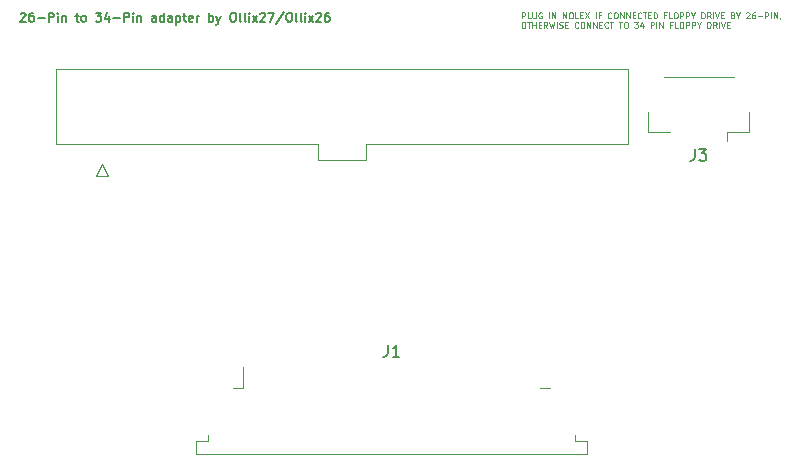
<source format=gbr>
%TF.GenerationSoftware,KiCad,Pcbnew,9.0.7*%
%TF.CreationDate,2026-02-17T16:16:18+01:00*%
%TF.ProjectId,FDD-Final,4644442d-4669-46e6-916c-2e6b69636164,rev?*%
%TF.SameCoordinates,Original*%
%TF.FileFunction,Legend,Top*%
%TF.FilePolarity,Positive*%
%FSLAX46Y46*%
G04 Gerber Fmt 4.6, Leading zero omitted, Abs format (unit mm)*
G04 Created by KiCad (PCBNEW 9.0.7) date 2026-02-17 16:16:18*
%MOMM*%
%LPD*%
G01*
G04 APERTURE LIST*
%ADD10C,0.187500*%
%ADD11C,0.125000*%
%ADD12C,0.150000*%
%ADD13C,0.120000*%
%ADD14C,0.100000*%
G04 APERTURE END LIST*
D10*
X118266212Y-74719892D02*
X118301926Y-74684178D01*
X118301926Y-74684178D02*
X118373355Y-74648464D01*
X118373355Y-74648464D02*
X118551926Y-74648464D01*
X118551926Y-74648464D02*
X118623355Y-74684178D01*
X118623355Y-74684178D02*
X118659069Y-74719892D01*
X118659069Y-74719892D02*
X118694783Y-74791321D01*
X118694783Y-74791321D02*
X118694783Y-74862750D01*
X118694783Y-74862750D02*
X118659069Y-74969892D01*
X118659069Y-74969892D02*
X118230497Y-75398464D01*
X118230497Y-75398464D02*
X118694783Y-75398464D01*
X119337641Y-74648464D02*
X119194783Y-74648464D01*
X119194783Y-74648464D02*
X119123355Y-74684178D01*
X119123355Y-74684178D02*
X119087641Y-74719892D01*
X119087641Y-74719892D02*
X119016212Y-74827035D01*
X119016212Y-74827035D02*
X118980498Y-74969892D01*
X118980498Y-74969892D02*
X118980498Y-75255607D01*
X118980498Y-75255607D02*
X119016212Y-75327035D01*
X119016212Y-75327035D02*
X119051926Y-75362750D01*
X119051926Y-75362750D02*
X119123355Y-75398464D01*
X119123355Y-75398464D02*
X119266212Y-75398464D01*
X119266212Y-75398464D02*
X119337641Y-75362750D01*
X119337641Y-75362750D02*
X119373355Y-75327035D01*
X119373355Y-75327035D02*
X119409069Y-75255607D01*
X119409069Y-75255607D02*
X119409069Y-75077035D01*
X119409069Y-75077035D02*
X119373355Y-75005607D01*
X119373355Y-75005607D02*
X119337641Y-74969892D01*
X119337641Y-74969892D02*
X119266212Y-74934178D01*
X119266212Y-74934178D02*
X119123355Y-74934178D01*
X119123355Y-74934178D02*
X119051926Y-74969892D01*
X119051926Y-74969892D02*
X119016212Y-75005607D01*
X119016212Y-75005607D02*
X118980498Y-75077035D01*
X119730498Y-75112750D02*
X120301927Y-75112750D01*
X120659069Y-75398464D02*
X120659069Y-74648464D01*
X120659069Y-74648464D02*
X120944783Y-74648464D01*
X120944783Y-74648464D02*
X121016212Y-74684178D01*
X121016212Y-74684178D02*
X121051926Y-74719892D01*
X121051926Y-74719892D02*
X121087640Y-74791321D01*
X121087640Y-74791321D02*
X121087640Y-74898464D01*
X121087640Y-74898464D02*
X121051926Y-74969892D01*
X121051926Y-74969892D02*
X121016212Y-75005607D01*
X121016212Y-75005607D02*
X120944783Y-75041321D01*
X120944783Y-75041321D02*
X120659069Y-75041321D01*
X121409069Y-75398464D02*
X121409069Y-74898464D01*
X121409069Y-74648464D02*
X121373355Y-74684178D01*
X121373355Y-74684178D02*
X121409069Y-74719892D01*
X121409069Y-74719892D02*
X121444783Y-74684178D01*
X121444783Y-74684178D02*
X121409069Y-74648464D01*
X121409069Y-74648464D02*
X121409069Y-74719892D01*
X121766212Y-74898464D02*
X121766212Y-75398464D01*
X121766212Y-74969892D02*
X121801926Y-74934178D01*
X121801926Y-74934178D02*
X121873355Y-74898464D01*
X121873355Y-74898464D02*
X121980498Y-74898464D01*
X121980498Y-74898464D02*
X122051926Y-74934178D01*
X122051926Y-74934178D02*
X122087641Y-75005607D01*
X122087641Y-75005607D02*
X122087641Y-75398464D01*
X122909069Y-74898464D02*
X123194783Y-74898464D01*
X123016212Y-74648464D02*
X123016212Y-75291321D01*
X123016212Y-75291321D02*
X123051926Y-75362750D01*
X123051926Y-75362750D02*
X123123355Y-75398464D01*
X123123355Y-75398464D02*
X123194783Y-75398464D01*
X123551926Y-75398464D02*
X123480497Y-75362750D01*
X123480497Y-75362750D02*
X123444783Y-75327035D01*
X123444783Y-75327035D02*
X123409069Y-75255607D01*
X123409069Y-75255607D02*
X123409069Y-75041321D01*
X123409069Y-75041321D02*
X123444783Y-74969892D01*
X123444783Y-74969892D02*
X123480497Y-74934178D01*
X123480497Y-74934178D02*
X123551926Y-74898464D01*
X123551926Y-74898464D02*
X123659069Y-74898464D01*
X123659069Y-74898464D02*
X123730497Y-74934178D01*
X123730497Y-74934178D02*
X123766212Y-74969892D01*
X123766212Y-74969892D02*
X123801926Y-75041321D01*
X123801926Y-75041321D02*
X123801926Y-75255607D01*
X123801926Y-75255607D02*
X123766212Y-75327035D01*
X123766212Y-75327035D02*
X123730497Y-75362750D01*
X123730497Y-75362750D02*
X123659069Y-75398464D01*
X123659069Y-75398464D02*
X123551926Y-75398464D01*
X124623354Y-74648464D02*
X125087640Y-74648464D01*
X125087640Y-74648464D02*
X124837640Y-74934178D01*
X124837640Y-74934178D02*
X124944783Y-74934178D01*
X124944783Y-74934178D02*
X125016212Y-74969892D01*
X125016212Y-74969892D02*
X125051926Y-75005607D01*
X125051926Y-75005607D02*
X125087640Y-75077035D01*
X125087640Y-75077035D02*
X125087640Y-75255607D01*
X125087640Y-75255607D02*
X125051926Y-75327035D01*
X125051926Y-75327035D02*
X125016212Y-75362750D01*
X125016212Y-75362750D02*
X124944783Y-75398464D01*
X124944783Y-75398464D02*
X124730497Y-75398464D01*
X124730497Y-75398464D02*
X124659069Y-75362750D01*
X124659069Y-75362750D02*
X124623354Y-75327035D01*
X125730498Y-74898464D02*
X125730498Y-75398464D01*
X125551926Y-74612750D02*
X125373355Y-75148464D01*
X125373355Y-75148464D02*
X125837640Y-75148464D01*
X126123355Y-75112750D02*
X126694784Y-75112750D01*
X127051926Y-75398464D02*
X127051926Y-74648464D01*
X127051926Y-74648464D02*
X127337640Y-74648464D01*
X127337640Y-74648464D02*
X127409069Y-74684178D01*
X127409069Y-74684178D02*
X127444783Y-74719892D01*
X127444783Y-74719892D02*
X127480497Y-74791321D01*
X127480497Y-74791321D02*
X127480497Y-74898464D01*
X127480497Y-74898464D02*
X127444783Y-74969892D01*
X127444783Y-74969892D02*
X127409069Y-75005607D01*
X127409069Y-75005607D02*
X127337640Y-75041321D01*
X127337640Y-75041321D02*
X127051926Y-75041321D01*
X127801926Y-75398464D02*
X127801926Y-74898464D01*
X127801926Y-74648464D02*
X127766212Y-74684178D01*
X127766212Y-74684178D02*
X127801926Y-74719892D01*
X127801926Y-74719892D02*
X127837640Y-74684178D01*
X127837640Y-74684178D02*
X127801926Y-74648464D01*
X127801926Y-74648464D02*
X127801926Y-74719892D01*
X128159069Y-74898464D02*
X128159069Y-75398464D01*
X128159069Y-74969892D02*
X128194783Y-74934178D01*
X128194783Y-74934178D02*
X128266212Y-74898464D01*
X128266212Y-74898464D02*
X128373355Y-74898464D01*
X128373355Y-74898464D02*
X128444783Y-74934178D01*
X128444783Y-74934178D02*
X128480498Y-75005607D01*
X128480498Y-75005607D02*
X128480498Y-75398464D01*
X129730498Y-75398464D02*
X129730498Y-75005607D01*
X129730498Y-75005607D02*
X129694783Y-74934178D01*
X129694783Y-74934178D02*
X129623355Y-74898464D01*
X129623355Y-74898464D02*
X129480498Y-74898464D01*
X129480498Y-74898464D02*
X129409069Y-74934178D01*
X129730498Y-75362750D02*
X129659069Y-75398464D01*
X129659069Y-75398464D02*
X129480498Y-75398464D01*
X129480498Y-75398464D02*
X129409069Y-75362750D01*
X129409069Y-75362750D02*
X129373355Y-75291321D01*
X129373355Y-75291321D02*
X129373355Y-75219892D01*
X129373355Y-75219892D02*
X129409069Y-75148464D01*
X129409069Y-75148464D02*
X129480498Y-75112750D01*
X129480498Y-75112750D02*
X129659069Y-75112750D01*
X129659069Y-75112750D02*
X129730498Y-75077035D01*
X130409069Y-75398464D02*
X130409069Y-74648464D01*
X130409069Y-75362750D02*
X130337640Y-75398464D01*
X130337640Y-75398464D02*
X130194783Y-75398464D01*
X130194783Y-75398464D02*
X130123354Y-75362750D01*
X130123354Y-75362750D02*
X130087640Y-75327035D01*
X130087640Y-75327035D02*
X130051926Y-75255607D01*
X130051926Y-75255607D02*
X130051926Y-75041321D01*
X130051926Y-75041321D02*
X130087640Y-74969892D01*
X130087640Y-74969892D02*
X130123354Y-74934178D01*
X130123354Y-74934178D02*
X130194783Y-74898464D01*
X130194783Y-74898464D02*
X130337640Y-74898464D01*
X130337640Y-74898464D02*
X130409069Y-74934178D01*
X131087640Y-75398464D02*
X131087640Y-75005607D01*
X131087640Y-75005607D02*
X131051925Y-74934178D01*
X131051925Y-74934178D02*
X130980497Y-74898464D01*
X130980497Y-74898464D02*
X130837640Y-74898464D01*
X130837640Y-74898464D02*
X130766211Y-74934178D01*
X131087640Y-75362750D02*
X131016211Y-75398464D01*
X131016211Y-75398464D02*
X130837640Y-75398464D01*
X130837640Y-75398464D02*
X130766211Y-75362750D01*
X130766211Y-75362750D02*
X130730497Y-75291321D01*
X130730497Y-75291321D02*
X130730497Y-75219892D01*
X130730497Y-75219892D02*
X130766211Y-75148464D01*
X130766211Y-75148464D02*
X130837640Y-75112750D01*
X130837640Y-75112750D02*
X131016211Y-75112750D01*
X131016211Y-75112750D02*
X131087640Y-75077035D01*
X131444782Y-74898464D02*
X131444782Y-75648464D01*
X131444782Y-74934178D02*
X131516211Y-74898464D01*
X131516211Y-74898464D02*
X131659068Y-74898464D01*
X131659068Y-74898464D02*
X131730496Y-74934178D01*
X131730496Y-74934178D02*
X131766211Y-74969892D01*
X131766211Y-74969892D02*
X131801925Y-75041321D01*
X131801925Y-75041321D02*
X131801925Y-75255607D01*
X131801925Y-75255607D02*
X131766211Y-75327035D01*
X131766211Y-75327035D02*
X131730496Y-75362750D01*
X131730496Y-75362750D02*
X131659068Y-75398464D01*
X131659068Y-75398464D02*
X131516211Y-75398464D01*
X131516211Y-75398464D02*
X131444782Y-75362750D01*
X132016210Y-74898464D02*
X132301924Y-74898464D01*
X132123353Y-74648464D02*
X132123353Y-75291321D01*
X132123353Y-75291321D02*
X132159067Y-75362750D01*
X132159067Y-75362750D02*
X132230496Y-75398464D01*
X132230496Y-75398464D02*
X132301924Y-75398464D01*
X132837638Y-75362750D02*
X132766210Y-75398464D01*
X132766210Y-75398464D02*
X132623353Y-75398464D01*
X132623353Y-75398464D02*
X132551924Y-75362750D01*
X132551924Y-75362750D02*
X132516210Y-75291321D01*
X132516210Y-75291321D02*
X132516210Y-75005607D01*
X132516210Y-75005607D02*
X132551924Y-74934178D01*
X132551924Y-74934178D02*
X132623353Y-74898464D01*
X132623353Y-74898464D02*
X132766210Y-74898464D01*
X132766210Y-74898464D02*
X132837638Y-74934178D01*
X132837638Y-74934178D02*
X132873353Y-75005607D01*
X132873353Y-75005607D02*
X132873353Y-75077035D01*
X132873353Y-75077035D02*
X132516210Y-75148464D01*
X133194781Y-75398464D02*
X133194781Y-74898464D01*
X133194781Y-75041321D02*
X133230495Y-74969892D01*
X133230495Y-74969892D02*
X133266210Y-74934178D01*
X133266210Y-74934178D02*
X133337638Y-74898464D01*
X133337638Y-74898464D02*
X133409067Y-74898464D01*
X134230496Y-75398464D02*
X134230496Y-74648464D01*
X134230496Y-74934178D02*
X134301925Y-74898464D01*
X134301925Y-74898464D02*
X134444782Y-74898464D01*
X134444782Y-74898464D02*
X134516210Y-74934178D01*
X134516210Y-74934178D02*
X134551925Y-74969892D01*
X134551925Y-74969892D02*
X134587639Y-75041321D01*
X134587639Y-75041321D02*
X134587639Y-75255607D01*
X134587639Y-75255607D02*
X134551925Y-75327035D01*
X134551925Y-75327035D02*
X134516210Y-75362750D01*
X134516210Y-75362750D02*
X134444782Y-75398464D01*
X134444782Y-75398464D02*
X134301925Y-75398464D01*
X134301925Y-75398464D02*
X134230496Y-75362750D01*
X134837638Y-74898464D02*
X135016210Y-75398464D01*
X135194781Y-74898464D02*
X135016210Y-75398464D01*
X135016210Y-75398464D02*
X134944781Y-75577035D01*
X134944781Y-75577035D02*
X134909067Y-75612750D01*
X134909067Y-75612750D02*
X134837638Y-75648464D01*
X136194782Y-74648464D02*
X136337639Y-74648464D01*
X136337639Y-74648464D02*
X136409068Y-74684178D01*
X136409068Y-74684178D02*
X136480496Y-74755607D01*
X136480496Y-74755607D02*
X136516211Y-74898464D01*
X136516211Y-74898464D02*
X136516211Y-75148464D01*
X136516211Y-75148464D02*
X136480496Y-75291321D01*
X136480496Y-75291321D02*
X136409068Y-75362750D01*
X136409068Y-75362750D02*
X136337639Y-75398464D01*
X136337639Y-75398464D02*
X136194782Y-75398464D01*
X136194782Y-75398464D02*
X136123354Y-75362750D01*
X136123354Y-75362750D02*
X136051925Y-75291321D01*
X136051925Y-75291321D02*
X136016211Y-75148464D01*
X136016211Y-75148464D02*
X136016211Y-74898464D01*
X136016211Y-74898464D02*
X136051925Y-74755607D01*
X136051925Y-74755607D02*
X136123354Y-74684178D01*
X136123354Y-74684178D02*
X136194782Y-74648464D01*
X136944782Y-75398464D02*
X136873353Y-75362750D01*
X136873353Y-75362750D02*
X136837639Y-75291321D01*
X136837639Y-75291321D02*
X136837639Y-74648464D01*
X137337639Y-75398464D02*
X137266210Y-75362750D01*
X137266210Y-75362750D02*
X137230496Y-75291321D01*
X137230496Y-75291321D02*
X137230496Y-74648464D01*
X137623353Y-75398464D02*
X137623353Y-74898464D01*
X137623353Y-74648464D02*
X137587639Y-74684178D01*
X137587639Y-74684178D02*
X137623353Y-74719892D01*
X137623353Y-74719892D02*
X137659067Y-74684178D01*
X137659067Y-74684178D02*
X137623353Y-74648464D01*
X137623353Y-74648464D02*
X137623353Y-74719892D01*
X137909067Y-75398464D02*
X138301925Y-74898464D01*
X137909067Y-74898464D02*
X138301925Y-75398464D01*
X138551925Y-74719892D02*
X138587639Y-74684178D01*
X138587639Y-74684178D02*
X138659068Y-74648464D01*
X138659068Y-74648464D02*
X138837639Y-74648464D01*
X138837639Y-74648464D02*
X138909068Y-74684178D01*
X138909068Y-74684178D02*
X138944782Y-74719892D01*
X138944782Y-74719892D02*
X138980496Y-74791321D01*
X138980496Y-74791321D02*
X138980496Y-74862750D01*
X138980496Y-74862750D02*
X138944782Y-74969892D01*
X138944782Y-74969892D02*
X138516210Y-75398464D01*
X138516210Y-75398464D02*
X138980496Y-75398464D01*
X139230496Y-74648464D02*
X139730496Y-74648464D01*
X139730496Y-74648464D02*
X139409068Y-75398464D01*
X140551925Y-74612750D02*
X139909068Y-75577035D01*
X140944782Y-74648464D02*
X141087639Y-74648464D01*
X141087639Y-74648464D02*
X141159068Y-74684178D01*
X141159068Y-74684178D02*
X141230496Y-74755607D01*
X141230496Y-74755607D02*
X141266211Y-74898464D01*
X141266211Y-74898464D02*
X141266211Y-75148464D01*
X141266211Y-75148464D02*
X141230496Y-75291321D01*
X141230496Y-75291321D02*
X141159068Y-75362750D01*
X141159068Y-75362750D02*
X141087639Y-75398464D01*
X141087639Y-75398464D02*
X140944782Y-75398464D01*
X140944782Y-75398464D02*
X140873354Y-75362750D01*
X140873354Y-75362750D02*
X140801925Y-75291321D01*
X140801925Y-75291321D02*
X140766211Y-75148464D01*
X140766211Y-75148464D02*
X140766211Y-74898464D01*
X140766211Y-74898464D02*
X140801925Y-74755607D01*
X140801925Y-74755607D02*
X140873354Y-74684178D01*
X140873354Y-74684178D02*
X140944782Y-74648464D01*
X141694782Y-75398464D02*
X141623353Y-75362750D01*
X141623353Y-75362750D02*
X141587639Y-75291321D01*
X141587639Y-75291321D02*
X141587639Y-74648464D01*
X142087639Y-75398464D02*
X142016210Y-75362750D01*
X142016210Y-75362750D02*
X141980496Y-75291321D01*
X141980496Y-75291321D02*
X141980496Y-74648464D01*
X142373353Y-75398464D02*
X142373353Y-74898464D01*
X142373353Y-74648464D02*
X142337639Y-74684178D01*
X142337639Y-74684178D02*
X142373353Y-74719892D01*
X142373353Y-74719892D02*
X142409067Y-74684178D01*
X142409067Y-74684178D02*
X142373353Y-74648464D01*
X142373353Y-74648464D02*
X142373353Y-74719892D01*
X142659067Y-75398464D02*
X143051925Y-74898464D01*
X142659067Y-74898464D02*
X143051925Y-75398464D01*
X143301925Y-74719892D02*
X143337639Y-74684178D01*
X143337639Y-74684178D02*
X143409068Y-74648464D01*
X143409068Y-74648464D02*
X143587639Y-74648464D01*
X143587639Y-74648464D02*
X143659068Y-74684178D01*
X143659068Y-74684178D02*
X143694782Y-74719892D01*
X143694782Y-74719892D02*
X143730496Y-74791321D01*
X143730496Y-74791321D02*
X143730496Y-74862750D01*
X143730496Y-74862750D02*
X143694782Y-74969892D01*
X143694782Y-74969892D02*
X143266210Y-75398464D01*
X143266210Y-75398464D02*
X143730496Y-75398464D01*
X144373354Y-74648464D02*
X144230496Y-74648464D01*
X144230496Y-74648464D02*
X144159068Y-74684178D01*
X144159068Y-74684178D02*
X144123354Y-74719892D01*
X144123354Y-74719892D02*
X144051925Y-74827035D01*
X144051925Y-74827035D02*
X144016211Y-74969892D01*
X144016211Y-74969892D02*
X144016211Y-75255607D01*
X144016211Y-75255607D02*
X144051925Y-75327035D01*
X144051925Y-75327035D02*
X144087639Y-75362750D01*
X144087639Y-75362750D02*
X144159068Y-75398464D01*
X144159068Y-75398464D02*
X144301925Y-75398464D01*
X144301925Y-75398464D02*
X144373354Y-75362750D01*
X144373354Y-75362750D02*
X144409068Y-75327035D01*
X144409068Y-75327035D02*
X144444782Y-75255607D01*
X144444782Y-75255607D02*
X144444782Y-75077035D01*
X144444782Y-75077035D02*
X144409068Y-75005607D01*
X144409068Y-75005607D02*
X144373354Y-74969892D01*
X144373354Y-74969892D02*
X144301925Y-74934178D01*
X144301925Y-74934178D02*
X144159068Y-74934178D01*
X144159068Y-74934178D02*
X144087639Y-74969892D01*
X144087639Y-74969892D02*
X144051925Y-75005607D01*
X144051925Y-75005607D02*
X144016211Y-75077035D01*
D11*
X160701283Y-75127337D02*
X160701283Y-74627337D01*
X160701283Y-74627337D02*
X160891759Y-74627337D01*
X160891759Y-74627337D02*
X160939378Y-74651147D01*
X160939378Y-74651147D02*
X160963188Y-74674956D01*
X160963188Y-74674956D02*
X160986997Y-74722575D01*
X160986997Y-74722575D02*
X160986997Y-74794004D01*
X160986997Y-74794004D02*
X160963188Y-74841623D01*
X160963188Y-74841623D02*
X160939378Y-74865432D01*
X160939378Y-74865432D02*
X160891759Y-74889242D01*
X160891759Y-74889242D02*
X160701283Y-74889242D01*
X161439378Y-75127337D02*
X161201283Y-75127337D01*
X161201283Y-75127337D02*
X161201283Y-74627337D01*
X161606045Y-74627337D02*
X161606045Y-75032099D01*
X161606045Y-75032099D02*
X161629855Y-75079718D01*
X161629855Y-75079718D02*
X161653664Y-75103528D01*
X161653664Y-75103528D02*
X161701283Y-75127337D01*
X161701283Y-75127337D02*
X161796521Y-75127337D01*
X161796521Y-75127337D02*
X161844140Y-75103528D01*
X161844140Y-75103528D02*
X161867950Y-75079718D01*
X161867950Y-75079718D02*
X161891759Y-75032099D01*
X161891759Y-75032099D02*
X161891759Y-74627337D01*
X162391760Y-74651147D02*
X162344141Y-74627337D01*
X162344141Y-74627337D02*
X162272712Y-74627337D01*
X162272712Y-74627337D02*
X162201284Y-74651147D01*
X162201284Y-74651147D02*
X162153665Y-74698766D01*
X162153665Y-74698766D02*
X162129855Y-74746385D01*
X162129855Y-74746385D02*
X162106046Y-74841623D01*
X162106046Y-74841623D02*
X162106046Y-74913051D01*
X162106046Y-74913051D02*
X162129855Y-75008289D01*
X162129855Y-75008289D02*
X162153665Y-75055908D01*
X162153665Y-75055908D02*
X162201284Y-75103528D01*
X162201284Y-75103528D02*
X162272712Y-75127337D01*
X162272712Y-75127337D02*
X162320331Y-75127337D01*
X162320331Y-75127337D02*
X162391760Y-75103528D01*
X162391760Y-75103528D02*
X162415569Y-75079718D01*
X162415569Y-75079718D02*
X162415569Y-74913051D01*
X162415569Y-74913051D02*
X162320331Y-74913051D01*
X163010807Y-75127337D02*
X163010807Y-74627337D01*
X163248902Y-75127337D02*
X163248902Y-74627337D01*
X163248902Y-74627337D02*
X163534616Y-75127337D01*
X163534616Y-75127337D02*
X163534616Y-74627337D01*
X164153664Y-75127337D02*
X164153664Y-74627337D01*
X164153664Y-74627337D02*
X164320331Y-74984480D01*
X164320331Y-74984480D02*
X164486997Y-74627337D01*
X164486997Y-74627337D02*
X164486997Y-75127337D01*
X164820331Y-74627337D02*
X164915569Y-74627337D01*
X164915569Y-74627337D02*
X164963188Y-74651147D01*
X164963188Y-74651147D02*
X165010807Y-74698766D01*
X165010807Y-74698766D02*
X165034617Y-74794004D01*
X165034617Y-74794004D02*
X165034617Y-74960670D01*
X165034617Y-74960670D02*
X165010807Y-75055908D01*
X165010807Y-75055908D02*
X164963188Y-75103528D01*
X164963188Y-75103528D02*
X164915569Y-75127337D01*
X164915569Y-75127337D02*
X164820331Y-75127337D01*
X164820331Y-75127337D02*
X164772712Y-75103528D01*
X164772712Y-75103528D02*
X164725093Y-75055908D01*
X164725093Y-75055908D02*
X164701284Y-74960670D01*
X164701284Y-74960670D02*
X164701284Y-74794004D01*
X164701284Y-74794004D02*
X164725093Y-74698766D01*
X164725093Y-74698766D02*
X164772712Y-74651147D01*
X164772712Y-74651147D02*
X164820331Y-74627337D01*
X165486998Y-75127337D02*
X165248903Y-75127337D01*
X165248903Y-75127337D02*
X165248903Y-74627337D01*
X165653665Y-74865432D02*
X165820332Y-74865432D01*
X165891760Y-75127337D02*
X165653665Y-75127337D01*
X165653665Y-75127337D02*
X165653665Y-74627337D01*
X165653665Y-74627337D02*
X165891760Y-74627337D01*
X166058427Y-74627337D02*
X166391760Y-75127337D01*
X166391760Y-74627337D02*
X166058427Y-75127337D01*
X166963188Y-75127337D02*
X166963188Y-74627337D01*
X167367950Y-74865432D02*
X167201283Y-74865432D01*
X167201283Y-75127337D02*
X167201283Y-74627337D01*
X167201283Y-74627337D02*
X167439378Y-74627337D01*
X168296520Y-75079718D02*
X168272711Y-75103528D01*
X168272711Y-75103528D02*
X168201282Y-75127337D01*
X168201282Y-75127337D02*
X168153663Y-75127337D01*
X168153663Y-75127337D02*
X168082235Y-75103528D01*
X168082235Y-75103528D02*
X168034616Y-75055908D01*
X168034616Y-75055908D02*
X168010806Y-75008289D01*
X168010806Y-75008289D02*
X167986997Y-74913051D01*
X167986997Y-74913051D02*
X167986997Y-74841623D01*
X167986997Y-74841623D02*
X168010806Y-74746385D01*
X168010806Y-74746385D02*
X168034616Y-74698766D01*
X168034616Y-74698766D02*
X168082235Y-74651147D01*
X168082235Y-74651147D02*
X168153663Y-74627337D01*
X168153663Y-74627337D02*
X168201282Y-74627337D01*
X168201282Y-74627337D02*
X168272711Y-74651147D01*
X168272711Y-74651147D02*
X168296520Y-74674956D01*
X168606044Y-74627337D02*
X168701282Y-74627337D01*
X168701282Y-74627337D02*
X168748901Y-74651147D01*
X168748901Y-74651147D02*
X168796520Y-74698766D01*
X168796520Y-74698766D02*
X168820330Y-74794004D01*
X168820330Y-74794004D02*
X168820330Y-74960670D01*
X168820330Y-74960670D02*
X168796520Y-75055908D01*
X168796520Y-75055908D02*
X168748901Y-75103528D01*
X168748901Y-75103528D02*
X168701282Y-75127337D01*
X168701282Y-75127337D02*
X168606044Y-75127337D01*
X168606044Y-75127337D02*
X168558425Y-75103528D01*
X168558425Y-75103528D02*
X168510806Y-75055908D01*
X168510806Y-75055908D02*
X168486997Y-74960670D01*
X168486997Y-74960670D02*
X168486997Y-74794004D01*
X168486997Y-74794004D02*
X168510806Y-74698766D01*
X168510806Y-74698766D02*
X168558425Y-74651147D01*
X168558425Y-74651147D02*
X168606044Y-74627337D01*
X169034616Y-75127337D02*
X169034616Y-74627337D01*
X169034616Y-74627337D02*
X169320330Y-75127337D01*
X169320330Y-75127337D02*
X169320330Y-74627337D01*
X169558426Y-75127337D02*
X169558426Y-74627337D01*
X169558426Y-74627337D02*
X169844140Y-75127337D01*
X169844140Y-75127337D02*
X169844140Y-74627337D01*
X170082236Y-74865432D02*
X170248903Y-74865432D01*
X170320331Y-75127337D02*
X170082236Y-75127337D01*
X170082236Y-75127337D02*
X170082236Y-74627337D01*
X170082236Y-74627337D02*
X170320331Y-74627337D01*
X170820331Y-75079718D02*
X170796522Y-75103528D01*
X170796522Y-75103528D02*
X170725093Y-75127337D01*
X170725093Y-75127337D02*
X170677474Y-75127337D01*
X170677474Y-75127337D02*
X170606046Y-75103528D01*
X170606046Y-75103528D02*
X170558427Y-75055908D01*
X170558427Y-75055908D02*
X170534617Y-75008289D01*
X170534617Y-75008289D02*
X170510808Y-74913051D01*
X170510808Y-74913051D02*
X170510808Y-74841623D01*
X170510808Y-74841623D02*
X170534617Y-74746385D01*
X170534617Y-74746385D02*
X170558427Y-74698766D01*
X170558427Y-74698766D02*
X170606046Y-74651147D01*
X170606046Y-74651147D02*
X170677474Y-74627337D01*
X170677474Y-74627337D02*
X170725093Y-74627337D01*
X170725093Y-74627337D02*
X170796522Y-74651147D01*
X170796522Y-74651147D02*
X170820331Y-74674956D01*
X170963189Y-74627337D02*
X171248903Y-74627337D01*
X171106046Y-75127337D02*
X171106046Y-74627337D01*
X171415569Y-74865432D02*
X171582236Y-74865432D01*
X171653664Y-75127337D02*
X171415569Y-75127337D01*
X171415569Y-75127337D02*
X171415569Y-74627337D01*
X171415569Y-74627337D02*
X171653664Y-74627337D01*
X171867950Y-75127337D02*
X171867950Y-74627337D01*
X171867950Y-74627337D02*
X171986998Y-74627337D01*
X171986998Y-74627337D02*
X172058426Y-74651147D01*
X172058426Y-74651147D02*
X172106045Y-74698766D01*
X172106045Y-74698766D02*
X172129855Y-74746385D01*
X172129855Y-74746385D02*
X172153664Y-74841623D01*
X172153664Y-74841623D02*
X172153664Y-74913051D01*
X172153664Y-74913051D02*
X172129855Y-75008289D01*
X172129855Y-75008289D02*
X172106045Y-75055908D01*
X172106045Y-75055908D02*
X172058426Y-75103528D01*
X172058426Y-75103528D02*
X171986998Y-75127337D01*
X171986998Y-75127337D02*
X171867950Y-75127337D01*
X172915569Y-74865432D02*
X172748902Y-74865432D01*
X172748902Y-75127337D02*
X172748902Y-74627337D01*
X172748902Y-74627337D02*
X172986997Y-74627337D01*
X173415568Y-75127337D02*
X173177473Y-75127337D01*
X173177473Y-75127337D02*
X173177473Y-74627337D01*
X173677473Y-74627337D02*
X173772711Y-74627337D01*
X173772711Y-74627337D02*
X173820330Y-74651147D01*
X173820330Y-74651147D02*
X173867949Y-74698766D01*
X173867949Y-74698766D02*
X173891759Y-74794004D01*
X173891759Y-74794004D02*
X173891759Y-74960670D01*
X173891759Y-74960670D02*
X173867949Y-75055908D01*
X173867949Y-75055908D02*
X173820330Y-75103528D01*
X173820330Y-75103528D02*
X173772711Y-75127337D01*
X173772711Y-75127337D02*
X173677473Y-75127337D01*
X173677473Y-75127337D02*
X173629854Y-75103528D01*
X173629854Y-75103528D02*
X173582235Y-75055908D01*
X173582235Y-75055908D02*
X173558426Y-74960670D01*
X173558426Y-74960670D02*
X173558426Y-74794004D01*
X173558426Y-74794004D02*
X173582235Y-74698766D01*
X173582235Y-74698766D02*
X173629854Y-74651147D01*
X173629854Y-74651147D02*
X173677473Y-74627337D01*
X174106045Y-75127337D02*
X174106045Y-74627337D01*
X174106045Y-74627337D02*
X174296521Y-74627337D01*
X174296521Y-74627337D02*
X174344140Y-74651147D01*
X174344140Y-74651147D02*
X174367950Y-74674956D01*
X174367950Y-74674956D02*
X174391759Y-74722575D01*
X174391759Y-74722575D02*
X174391759Y-74794004D01*
X174391759Y-74794004D02*
X174367950Y-74841623D01*
X174367950Y-74841623D02*
X174344140Y-74865432D01*
X174344140Y-74865432D02*
X174296521Y-74889242D01*
X174296521Y-74889242D02*
X174106045Y-74889242D01*
X174606045Y-75127337D02*
X174606045Y-74627337D01*
X174606045Y-74627337D02*
X174796521Y-74627337D01*
X174796521Y-74627337D02*
X174844140Y-74651147D01*
X174844140Y-74651147D02*
X174867950Y-74674956D01*
X174867950Y-74674956D02*
X174891759Y-74722575D01*
X174891759Y-74722575D02*
X174891759Y-74794004D01*
X174891759Y-74794004D02*
X174867950Y-74841623D01*
X174867950Y-74841623D02*
X174844140Y-74865432D01*
X174844140Y-74865432D02*
X174796521Y-74889242D01*
X174796521Y-74889242D02*
X174606045Y-74889242D01*
X175201283Y-74889242D02*
X175201283Y-75127337D01*
X175034617Y-74627337D02*
X175201283Y-74889242D01*
X175201283Y-74889242D02*
X175367950Y-74627337D01*
X175915568Y-75127337D02*
X175915568Y-74627337D01*
X175915568Y-74627337D02*
X176034616Y-74627337D01*
X176034616Y-74627337D02*
X176106044Y-74651147D01*
X176106044Y-74651147D02*
X176153663Y-74698766D01*
X176153663Y-74698766D02*
X176177473Y-74746385D01*
X176177473Y-74746385D02*
X176201282Y-74841623D01*
X176201282Y-74841623D02*
X176201282Y-74913051D01*
X176201282Y-74913051D02*
X176177473Y-75008289D01*
X176177473Y-75008289D02*
X176153663Y-75055908D01*
X176153663Y-75055908D02*
X176106044Y-75103528D01*
X176106044Y-75103528D02*
X176034616Y-75127337D01*
X176034616Y-75127337D02*
X175915568Y-75127337D01*
X176701282Y-75127337D02*
X176534616Y-74889242D01*
X176415568Y-75127337D02*
X176415568Y-74627337D01*
X176415568Y-74627337D02*
X176606044Y-74627337D01*
X176606044Y-74627337D02*
X176653663Y-74651147D01*
X176653663Y-74651147D02*
X176677473Y-74674956D01*
X176677473Y-74674956D02*
X176701282Y-74722575D01*
X176701282Y-74722575D02*
X176701282Y-74794004D01*
X176701282Y-74794004D02*
X176677473Y-74841623D01*
X176677473Y-74841623D02*
X176653663Y-74865432D01*
X176653663Y-74865432D02*
X176606044Y-74889242D01*
X176606044Y-74889242D02*
X176415568Y-74889242D01*
X176915568Y-75127337D02*
X176915568Y-74627337D01*
X177082235Y-74627337D02*
X177248901Y-75127337D01*
X177248901Y-75127337D02*
X177415568Y-74627337D01*
X177582234Y-74865432D02*
X177748901Y-74865432D01*
X177820329Y-75127337D02*
X177582234Y-75127337D01*
X177582234Y-75127337D02*
X177582234Y-74627337D01*
X177582234Y-74627337D02*
X177820329Y-74627337D01*
X178582234Y-74865432D02*
X178653662Y-74889242D01*
X178653662Y-74889242D02*
X178677472Y-74913051D01*
X178677472Y-74913051D02*
X178701281Y-74960670D01*
X178701281Y-74960670D02*
X178701281Y-75032099D01*
X178701281Y-75032099D02*
X178677472Y-75079718D01*
X178677472Y-75079718D02*
X178653662Y-75103528D01*
X178653662Y-75103528D02*
X178606043Y-75127337D01*
X178606043Y-75127337D02*
X178415567Y-75127337D01*
X178415567Y-75127337D02*
X178415567Y-74627337D01*
X178415567Y-74627337D02*
X178582234Y-74627337D01*
X178582234Y-74627337D02*
X178629853Y-74651147D01*
X178629853Y-74651147D02*
X178653662Y-74674956D01*
X178653662Y-74674956D02*
X178677472Y-74722575D01*
X178677472Y-74722575D02*
X178677472Y-74770194D01*
X178677472Y-74770194D02*
X178653662Y-74817813D01*
X178653662Y-74817813D02*
X178629853Y-74841623D01*
X178629853Y-74841623D02*
X178582234Y-74865432D01*
X178582234Y-74865432D02*
X178415567Y-74865432D01*
X179010805Y-74889242D02*
X179010805Y-75127337D01*
X178844139Y-74627337D02*
X179010805Y-74889242D01*
X179010805Y-74889242D02*
X179177472Y-74627337D01*
X179701281Y-74674956D02*
X179725090Y-74651147D01*
X179725090Y-74651147D02*
X179772709Y-74627337D01*
X179772709Y-74627337D02*
X179891757Y-74627337D01*
X179891757Y-74627337D02*
X179939376Y-74651147D01*
X179939376Y-74651147D02*
X179963185Y-74674956D01*
X179963185Y-74674956D02*
X179986995Y-74722575D01*
X179986995Y-74722575D02*
X179986995Y-74770194D01*
X179986995Y-74770194D02*
X179963185Y-74841623D01*
X179963185Y-74841623D02*
X179677471Y-75127337D01*
X179677471Y-75127337D02*
X179986995Y-75127337D01*
X180415566Y-74627337D02*
X180320328Y-74627337D01*
X180320328Y-74627337D02*
X180272709Y-74651147D01*
X180272709Y-74651147D02*
X180248899Y-74674956D01*
X180248899Y-74674956D02*
X180201280Y-74746385D01*
X180201280Y-74746385D02*
X180177471Y-74841623D01*
X180177471Y-74841623D02*
X180177471Y-75032099D01*
X180177471Y-75032099D02*
X180201280Y-75079718D01*
X180201280Y-75079718D02*
X180225090Y-75103528D01*
X180225090Y-75103528D02*
X180272709Y-75127337D01*
X180272709Y-75127337D02*
X180367947Y-75127337D01*
X180367947Y-75127337D02*
X180415566Y-75103528D01*
X180415566Y-75103528D02*
X180439375Y-75079718D01*
X180439375Y-75079718D02*
X180463185Y-75032099D01*
X180463185Y-75032099D02*
X180463185Y-74913051D01*
X180463185Y-74913051D02*
X180439375Y-74865432D01*
X180439375Y-74865432D02*
X180415566Y-74841623D01*
X180415566Y-74841623D02*
X180367947Y-74817813D01*
X180367947Y-74817813D02*
X180272709Y-74817813D01*
X180272709Y-74817813D02*
X180225090Y-74841623D01*
X180225090Y-74841623D02*
X180201280Y-74865432D01*
X180201280Y-74865432D02*
X180177471Y-74913051D01*
X180677470Y-74936861D02*
X181058423Y-74936861D01*
X181296518Y-75127337D02*
X181296518Y-74627337D01*
X181296518Y-74627337D02*
X181486994Y-74627337D01*
X181486994Y-74627337D02*
X181534613Y-74651147D01*
X181534613Y-74651147D02*
X181558423Y-74674956D01*
X181558423Y-74674956D02*
X181582232Y-74722575D01*
X181582232Y-74722575D02*
X181582232Y-74794004D01*
X181582232Y-74794004D02*
X181558423Y-74841623D01*
X181558423Y-74841623D02*
X181534613Y-74865432D01*
X181534613Y-74865432D02*
X181486994Y-74889242D01*
X181486994Y-74889242D02*
X181296518Y-74889242D01*
X181796518Y-75127337D02*
X181796518Y-74627337D01*
X182034613Y-75127337D02*
X182034613Y-74627337D01*
X182034613Y-74627337D02*
X182320327Y-75127337D01*
X182320327Y-75127337D02*
X182320327Y-74627337D01*
X182582233Y-75103528D02*
X182582233Y-75127337D01*
X182582233Y-75127337D02*
X182558423Y-75174956D01*
X182558423Y-75174956D02*
X182534614Y-75198766D01*
X160796521Y-75432309D02*
X160891759Y-75432309D01*
X160891759Y-75432309D02*
X160939378Y-75456119D01*
X160939378Y-75456119D02*
X160986997Y-75503738D01*
X160986997Y-75503738D02*
X161010807Y-75598976D01*
X161010807Y-75598976D02*
X161010807Y-75765642D01*
X161010807Y-75765642D02*
X160986997Y-75860880D01*
X160986997Y-75860880D02*
X160939378Y-75908500D01*
X160939378Y-75908500D02*
X160891759Y-75932309D01*
X160891759Y-75932309D02*
X160796521Y-75932309D01*
X160796521Y-75932309D02*
X160748902Y-75908500D01*
X160748902Y-75908500D02*
X160701283Y-75860880D01*
X160701283Y-75860880D02*
X160677474Y-75765642D01*
X160677474Y-75765642D02*
X160677474Y-75598976D01*
X160677474Y-75598976D02*
X160701283Y-75503738D01*
X160701283Y-75503738D02*
X160748902Y-75456119D01*
X160748902Y-75456119D02*
X160796521Y-75432309D01*
X161153665Y-75432309D02*
X161439379Y-75432309D01*
X161296522Y-75932309D02*
X161296522Y-75432309D01*
X161606045Y-75932309D02*
X161606045Y-75432309D01*
X161606045Y-75670404D02*
X161891759Y-75670404D01*
X161891759Y-75932309D02*
X161891759Y-75432309D01*
X162129855Y-75670404D02*
X162296522Y-75670404D01*
X162367950Y-75932309D02*
X162129855Y-75932309D01*
X162129855Y-75932309D02*
X162129855Y-75432309D01*
X162129855Y-75432309D02*
X162367950Y-75432309D01*
X162867950Y-75932309D02*
X162701284Y-75694214D01*
X162582236Y-75932309D02*
X162582236Y-75432309D01*
X162582236Y-75432309D02*
X162772712Y-75432309D01*
X162772712Y-75432309D02*
X162820331Y-75456119D01*
X162820331Y-75456119D02*
X162844141Y-75479928D01*
X162844141Y-75479928D02*
X162867950Y-75527547D01*
X162867950Y-75527547D02*
X162867950Y-75598976D01*
X162867950Y-75598976D02*
X162844141Y-75646595D01*
X162844141Y-75646595D02*
X162820331Y-75670404D01*
X162820331Y-75670404D02*
X162772712Y-75694214D01*
X162772712Y-75694214D02*
X162582236Y-75694214D01*
X163034617Y-75432309D02*
X163153665Y-75932309D01*
X163153665Y-75932309D02*
X163248903Y-75575166D01*
X163248903Y-75575166D02*
X163344141Y-75932309D01*
X163344141Y-75932309D02*
X163463189Y-75432309D01*
X163653665Y-75932309D02*
X163653665Y-75432309D01*
X163867951Y-75908500D02*
X163939379Y-75932309D01*
X163939379Y-75932309D02*
X164058427Y-75932309D01*
X164058427Y-75932309D02*
X164106046Y-75908500D01*
X164106046Y-75908500D02*
X164129855Y-75884690D01*
X164129855Y-75884690D02*
X164153665Y-75837071D01*
X164153665Y-75837071D02*
X164153665Y-75789452D01*
X164153665Y-75789452D02*
X164129855Y-75741833D01*
X164129855Y-75741833D02*
X164106046Y-75718023D01*
X164106046Y-75718023D02*
X164058427Y-75694214D01*
X164058427Y-75694214D02*
X163963189Y-75670404D01*
X163963189Y-75670404D02*
X163915570Y-75646595D01*
X163915570Y-75646595D02*
X163891760Y-75622785D01*
X163891760Y-75622785D02*
X163867951Y-75575166D01*
X163867951Y-75575166D02*
X163867951Y-75527547D01*
X163867951Y-75527547D02*
X163891760Y-75479928D01*
X163891760Y-75479928D02*
X163915570Y-75456119D01*
X163915570Y-75456119D02*
X163963189Y-75432309D01*
X163963189Y-75432309D02*
X164082236Y-75432309D01*
X164082236Y-75432309D02*
X164153665Y-75456119D01*
X164367950Y-75670404D02*
X164534617Y-75670404D01*
X164606045Y-75932309D02*
X164367950Y-75932309D01*
X164367950Y-75932309D02*
X164367950Y-75432309D01*
X164367950Y-75432309D02*
X164606045Y-75432309D01*
X165486997Y-75884690D02*
X165463188Y-75908500D01*
X165463188Y-75908500D02*
X165391759Y-75932309D01*
X165391759Y-75932309D02*
X165344140Y-75932309D01*
X165344140Y-75932309D02*
X165272712Y-75908500D01*
X165272712Y-75908500D02*
X165225093Y-75860880D01*
X165225093Y-75860880D02*
X165201283Y-75813261D01*
X165201283Y-75813261D02*
X165177474Y-75718023D01*
X165177474Y-75718023D02*
X165177474Y-75646595D01*
X165177474Y-75646595D02*
X165201283Y-75551357D01*
X165201283Y-75551357D02*
X165225093Y-75503738D01*
X165225093Y-75503738D02*
X165272712Y-75456119D01*
X165272712Y-75456119D02*
X165344140Y-75432309D01*
X165344140Y-75432309D02*
X165391759Y-75432309D01*
X165391759Y-75432309D02*
X165463188Y-75456119D01*
X165463188Y-75456119D02*
X165486997Y-75479928D01*
X165796521Y-75432309D02*
X165891759Y-75432309D01*
X165891759Y-75432309D02*
X165939378Y-75456119D01*
X165939378Y-75456119D02*
X165986997Y-75503738D01*
X165986997Y-75503738D02*
X166010807Y-75598976D01*
X166010807Y-75598976D02*
X166010807Y-75765642D01*
X166010807Y-75765642D02*
X165986997Y-75860880D01*
X165986997Y-75860880D02*
X165939378Y-75908500D01*
X165939378Y-75908500D02*
X165891759Y-75932309D01*
X165891759Y-75932309D02*
X165796521Y-75932309D01*
X165796521Y-75932309D02*
X165748902Y-75908500D01*
X165748902Y-75908500D02*
X165701283Y-75860880D01*
X165701283Y-75860880D02*
X165677474Y-75765642D01*
X165677474Y-75765642D02*
X165677474Y-75598976D01*
X165677474Y-75598976D02*
X165701283Y-75503738D01*
X165701283Y-75503738D02*
X165748902Y-75456119D01*
X165748902Y-75456119D02*
X165796521Y-75432309D01*
X166225093Y-75932309D02*
X166225093Y-75432309D01*
X166225093Y-75432309D02*
X166510807Y-75932309D01*
X166510807Y-75932309D02*
X166510807Y-75432309D01*
X166748903Y-75932309D02*
X166748903Y-75432309D01*
X166748903Y-75432309D02*
X167034617Y-75932309D01*
X167034617Y-75932309D02*
X167034617Y-75432309D01*
X167272713Y-75670404D02*
X167439380Y-75670404D01*
X167510808Y-75932309D02*
X167272713Y-75932309D01*
X167272713Y-75932309D02*
X167272713Y-75432309D01*
X167272713Y-75432309D02*
X167510808Y-75432309D01*
X168010808Y-75884690D02*
X167986999Y-75908500D01*
X167986999Y-75908500D02*
X167915570Y-75932309D01*
X167915570Y-75932309D02*
X167867951Y-75932309D01*
X167867951Y-75932309D02*
X167796523Y-75908500D01*
X167796523Y-75908500D02*
X167748904Y-75860880D01*
X167748904Y-75860880D02*
X167725094Y-75813261D01*
X167725094Y-75813261D02*
X167701285Y-75718023D01*
X167701285Y-75718023D02*
X167701285Y-75646595D01*
X167701285Y-75646595D02*
X167725094Y-75551357D01*
X167725094Y-75551357D02*
X167748904Y-75503738D01*
X167748904Y-75503738D02*
X167796523Y-75456119D01*
X167796523Y-75456119D02*
X167867951Y-75432309D01*
X167867951Y-75432309D02*
X167915570Y-75432309D01*
X167915570Y-75432309D02*
X167986999Y-75456119D01*
X167986999Y-75456119D02*
X168010808Y-75479928D01*
X168153666Y-75432309D02*
X168439380Y-75432309D01*
X168296523Y-75932309D02*
X168296523Y-75432309D01*
X168915570Y-75432309D02*
X169201284Y-75432309D01*
X169058427Y-75932309D02*
X169058427Y-75432309D01*
X169463188Y-75432309D02*
X169558426Y-75432309D01*
X169558426Y-75432309D02*
X169606045Y-75456119D01*
X169606045Y-75456119D02*
X169653664Y-75503738D01*
X169653664Y-75503738D02*
X169677474Y-75598976D01*
X169677474Y-75598976D02*
X169677474Y-75765642D01*
X169677474Y-75765642D02*
X169653664Y-75860880D01*
X169653664Y-75860880D02*
X169606045Y-75908500D01*
X169606045Y-75908500D02*
X169558426Y-75932309D01*
X169558426Y-75932309D02*
X169463188Y-75932309D01*
X169463188Y-75932309D02*
X169415569Y-75908500D01*
X169415569Y-75908500D02*
X169367950Y-75860880D01*
X169367950Y-75860880D02*
X169344141Y-75765642D01*
X169344141Y-75765642D02*
X169344141Y-75598976D01*
X169344141Y-75598976D02*
X169367950Y-75503738D01*
X169367950Y-75503738D02*
X169415569Y-75456119D01*
X169415569Y-75456119D02*
X169463188Y-75432309D01*
X170225093Y-75432309D02*
X170534617Y-75432309D01*
X170534617Y-75432309D02*
X170367950Y-75622785D01*
X170367950Y-75622785D02*
X170439379Y-75622785D01*
X170439379Y-75622785D02*
X170486998Y-75646595D01*
X170486998Y-75646595D02*
X170510807Y-75670404D01*
X170510807Y-75670404D02*
X170534617Y-75718023D01*
X170534617Y-75718023D02*
X170534617Y-75837071D01*
X170534617Y-75837071D02*
X170510807Y-75884690D01*
X170510807Y-75884690D02*
X170486998Y-75908500D01*
X170486998Y-75908500D02*
X170439379Y-75932309D01*
X170439379Y-75932309D02*
X170296522Y-75932309D01*
X170296522Y-75932309D02*
X170248903Y-75908500D01*
X170248903Y-75908500D02*
X170225093Y-75884690D01*
X170963188Y-75598976D02*
X170963188Y-75932309D01*
X170844140Y-75408500D02*
X170725093Y-75765642D01*
X170725093Y-75765642D02*
X171034616Y-75765642D01*
X171606044Y-75932309D02*
X171606044Y-75432309D01*
X171606044Y-75432309D02*
X171796520Y-75432309D01*
X171796520Y-75432309D02*
X171844139Y-75456119D01*
X171844139Y-75456119D02*
X171867949Y-75479928D01*
X171867949Y-75479928D02*
X171891758Y-75527547D01*
X171891758Y-75527547D02*
X171891758Y-75598976D01*
X171891758Y-75598976D02*
X171867949Y-75646595D01*
X171867949Y-75646595D02*
X171844139Y-75670404D01*
X171844139Y-75670404D02*
X171796520Y-75694214D01*
X171796520Y-75694214D02*
X171606044Y-75694214D01*
X172106044Y-75932309D02*
X172106044Y-75432309D01*
X172344139Y-75932309D02*
X172344139Y-75432309D01*
X172344139Y-75432309D02*
X172629853Y-75932309D01*
X172629853Y-75932309D02*
X172629853Y-75432309D01*
X173415568Y-75670404D02*
X173248901Y-75670404D01*
X173248901Y-75932309D02*
X173248901Y-75432309D01*
X173248901Y-75432309D02*
X173486996Y-75432309D01*
X173915567Y-75932309D02*
X173677472Y-75932309D01*
X173677472Y-75932309D02*
X173677472Y-75432309D01*
X174177472Y-75432309D02*
X174272710Y-75432309D01*
X174272710Y-75432309D02*
X174320329Y-75456119D01*
X174320329Y-75456119D02*
X174367948Y-75503738D01*
X174367948Y-75503738D02*
X174391758Y-75598976D01*
X174391758Y-75598976D02*
X174391758Y-75765642D01*
X174391758Y-75765642D02*
X174367948Y-75860880D01*
X174367948Y-75860880D02*
X174320329Y-75908500D01*
X174320329Y-75908500D02*
X174272710Y-75932309D01*
X174272710Y-75932309D02*
X174177472Y-75932309D01*
X174177472Y-75932309D02*
X174129853Y-75908500D01*
X174129853Y-75908500D02*
X174082234Y-75860880D01*
X174082234Y-75860880D02*
X174058425Y-75765642D01*
X174058425Y-75765642D02*
X174058425Y-75598976D01*
X174058425Y-75598976D02*
X174082234Y-75503738D01*
X174082234Y-75503738D02*
X174129853Y-75456119D01*
X174129853Y-75456119D02*
X174177472Y-75432309D01*
X174606044Y-75932309D02*
X174606044Y-75432309D01*
X174606044Y-75432309D02*
X174796520Y-75432309D01*
X174796520Y-75432309D02*
X174844139Y-75456119D01*
X174844139Y-75456119D02*
X174867949Y-75479928D01*
X174867949Y-75479928D02*
X174891758Y-75527547D01*
X174891758Y-75527547D02*
X174891758Y-75598976D01*
X174891758Y-75598976D02*
X174867949Y-75646595D01*
X174867949Y-75646595D02*
X174844139Y-75670404D01*
X174844139Y-75670404D02*
X174796520Y-75694214D01*
X174796520Y-75694214D02*
X174606044Y-75694214D01*
X175106044Y-75932309D02*
X175106044Y-75432309D01*
X175106044Y-75432309D02*
X175296520Y-75432309D01*
X175296520Y-75432309D02*
X175344139Y-75456119D01*
X175344139Y-75456119D02*
X175367949Y-75479928D01*
X175367949Y-75479928D02*
X175391758Y-75527547D01*
X175391758Y-75527547D02*
X175391758Y-75598976D01*
X175391758Y-75598976D02*
X175367949Y-75646595D01*
X175367949Y-75646595D02*
X175344139Y-75670404D01*
X175344139Y-75670404D02*
X175296520Y-75694214D01*
X175296520Y-75694214D02*
X175106044Y-75694214D01*
X175701282Y-75694214D02*
X175701282Y-75932309D01*
X175534616Y-75432309D02*
X175701282Y-75694214D01*
X175701282Y-75694214D02*
X175867949Y-75432309D01*
X176415567Y-75932309D02*
X176415567Y-75432309D01*
X176415567Y-75432309D02*
X176534615Y-75432309D01*
X176534615Y-75432309D02*
X176606043Y-75456119D01*
X176606043Y-75456119D02*
X176653662Y-75503738D01*
X176653662Y-75503738D02*
X176677472Y-75551357D01*
X176677472Y-75551357D02*
X176701281Y-75646595D01*
X176701281Y-75646595D02*
X176701281Y-75718023D01*
X176701281Y-75718023D02*
X176677472Y-75813261D01*
X176677472Y-75813261D02*
X176653662Y-75860880D01*
X176653662Y-75860880D02*
X176606043Y-75908500D01*
X176606043Y-75908500D02*
X176534615Y-75932309D01*
X176534615Y-75932309D02*
X176415567Y-75932309D01*
X177201281Y-75932309D02*
X177034615Y-75694214D01*
X176915567Y-75932309D02*
X176915567Y-75432309D01*
X176915567Y-75432309D02*
X177106043Y-75432309D01*
X177106043Y-75432309D02*
X177153662Y-75456119D01*
X177153662Y-75456119D02*
X177177472Y-75479928D01*
X177177472Y-75479928D02*
X177201281Y-75527547D01*
X177201281Y-75527547D02*
X177201281Y-75598976D01*
X177201281Y-75598976D02*
X177177472Y-75646595D01*
X177177472Y-75646595D02*
X177153662Y-75670404D01*
X177153662Y-75670404D02*
X177106043Y-75694214D01*
X177106043Y-75694214D02*
X176915567Y-75694214D01*
X177415567Y-75932309D02*
X177415567Y-75432309D01*
X177582234Y-75432309D02*
X177748900Y-75932309D01*
X177748900Y-75932309D02*
X177915567Y-75432309D01*
X178082233Y-75670404D02*
X178248900Y-75670404D01*
X178320328Y-75932309D02*
X178082233Y-75932309D01*
X178082233Y-75932309D02*
X178082233Y-75432309D01*
X178082233Y-75432309D02*
X178320328Y-75432309D01*
D12*
X149332166Y-102772559D02*
X149332166Y-103486844D01*
X149332166Y-103486844D02*
X149284547Y-103629701D01*
X149284547Y-103629701D02*
X149189309Y-103724940D01*
X149189309Y-103724940D02*
X149046452Y-103772559D01*
X149046452Y-103772559D02*
X148951214Y-103772559D01*
X150332166Y-103772559D02*
X149760738Y-103772559D01*
X150046452Y-103772559D02*
X150046452Y-102772559D01*
X150046452Y-102772559D02*
X149951214Y-102915416D01*
X149951214Y-102915416D02*
X149855976Y-103010654D01*
X149855976Y-103010654D02*
X149760738Y-103058273D01*
X175332166Y-86172559D02*
X175332166Y-86886844D01*
X175332166Y-86886844D02*
X175284547Y-87029701D01*
X175284547Y-87029701D02*
X175189309Y-87124940D01*
X175189309Y-87124940D02*
X175046452Y-87172559D01*
X175046452Y-87172559D02*
X174951214Y-87172559D01*
X175713119Y-86172559D02*
X176332166Y-86172559D01*
X176332166Y-86172559D02*
X175998833Y-86553511D01*
X175998833Y-86553511D02*
X176141690Y-86553511D01*
X176141690Y-86553511D02*
X176236928Y-86601130D01*
X176236928Y-86601130D02*
X176284547Y-86648749D01*
X176284547Y-86648749D02*
X176332166Y-86743987D01*
X176332166Y-86743987D02*
X176332166Y-86982082D01*
X176332166Y-86982082D02*
X176284547Y-87077320D01*
X176284547Y-87077320D02*
X176236928Y-87124940D01*
X176236928Y-87124940D02*
X176141690Y-87172559D01*
X176141690Y-87172559D02*
X175855976Y-87172559D01*
X175855976Y-87172559D02*
X175760738Y-87124940D01*
X175760738Y-87124940D02*
X175713119Y-87077320D01*
D13*
%TO.C,J1*%
X133095500Y-110917740D02*
X134120500Y-110917740D01*
X133095500Y-112027740D02*
X133095500Y-110917740D01*
X134120500Y-110917740D02*
X134120500Y-110377740D01*
X136275500Y-106407740D02*
X137100500Y-106407740D01*
X137100500Y-106407740D02*
X137100500Y-104607740D01*
X162230500Y-106407740D02*
X163055500Y-106407740D01*
X165210500Y-110377740D02*
X165210500Y-110917740D01*
X165210500Y-110917740D02*
X166235500Y-110917740D01*
X166235500Y-110917740D02*
X166235500Y-112027740D01*
X166235500Y-112027740D02*
X133095500Y-112027740D01*
%TO.C,J3*%
X171380500Y-83077740D02*
X171380500Y-84727740D01*
X171380500Y-84727740D02*
X173230500Y-84727740D01*
X178100500Y-84727740D02*
X178100500Y-85517740D01*
X178630500Y-80107740D02*
X172700500Y-80107740D01*
X179950500Y-83077740D02*
X179950500Y-84727740D01*
X179950500Y-84727740D02*
X178100500Y-84727740D01*
%TO.C,J2*%
X121245500Y-79387740D02*
X169725500Y-79387740D01*
X121245500Y-85787740D02*
X121245500Y-79387740D01*
X124665500Y-88487740D02*
X125665500Y-88487740D01*
X125165500Y-87487740D02*
X124665500Y-88487740D01*
X125665500Y-88487740D02*
X125165500Y-87487740D01*
X143435500Y-85787740D02*
X121245500Y-85787740D01*
X143435500Y-87097740D02*
X143435500Y-85787740D01*
D14*
X143435500Y-87097740D02*
X147535500Y-87097740D01*
D13*
X147535500Y-85787740D02*
X147535500Y-87097740D01*
X169725500Y-79387740D02*
X169725500Y-85787740D01*
X169725500Y-85787740D02*
X147535500Y-85787740D01*
%TD*%
M02*

</source>
